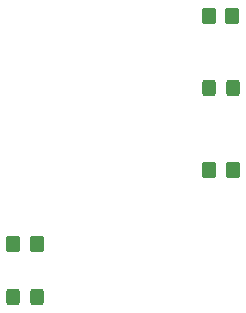
<source format=gbr>
%TF.GenerationSoftware,KiCad,Pcbnew,7.0.10*%
%TF.CreationDate,2024-02-12T12:18:25-08:00*%
%TF.ProjectId,PCB,5043422e-6b69-4636-9164-5f7063625858,1.0*%
%TF.SameCoordinates,Original*%
%TF.FileFunction,Paste,Top*%
%TF.FilePolarity,Positive*%
%FSLAX46Y46*%
G04 Gerber Fmt 4.6, Leading zero omitted, Abs format (unit mm)*
G04 Created by KiCad (PCBNEW 7.0.10) date 2024-02-12 12:18:25*
%MOMM*%
%LPD*%
G01*
G04 APERTURE LIST*
G04 Aperture macros list*
%AMRoundRect*
0 Rectangle with rounded corners*
0 $1 Rounding radius*
0 $2 $3 $4 $5 $6 $7 $8 $9 X,Y pos of 4 corners*
0 Add a 4 corners polygon primitive as box body*
4,1,4,$2,$3,$4,$5,$6,$7,$8,$9,$2,$3,0*
0 Add four circle primitives for the rounded corners*
1,1,$1+$1,$2,$3*
1,1,$1+$1,$4,$5*
1,1,$1+$1,$6,$7*
1,1,$1+$1,$8,$9*
0 Add four rect primitives between the rounded corners*
20,1,$1+$1,$2,$3,$4,$5,0*
20,1,$1+$1,$4,$5,$6,$7,0*
20,1,$1+$1,$6,$7,$8,$9,0*
20,1,$1+$1,$8,$9,$2,$3,0*%
G04 Aperture macros list end*
%ADD10RoundRect,0.250000X0.350000X0.450000X-0.350000X0.450000X-0.350000X-0.450000X0.350000X-0.450000X0*%
%ADD11RoundRect,0.250000X0.325000X0.450000X-0.325000X0.450000X-0.325000X-0.450000X0.325000X-0.450000X0*%
%ADD12RoundRect,0.250000X-0.350000X-0.450000X0.350000X-0.450000X0.350000X0.450000X-0.350000X0.450000X0*%
G04 APERTURE END LIST*
D10*
%TO.C,R3*%
X217670200Y-121725000D03*
X215670200Y-121725000D03*
%TD*%
D11*
%TO.C,D1*%
X234281400Y-108517000D03*
X232231400Y-108517000D03*
%TD*%
D12*
%TO.C,R2*%
X232281800Y-115379000D03*
X234281800Y-115379000D03*
%TD*%
D11*
%TO.C,D2*%
X217746000Y-126195400D03*
X215696000Y-126195400D03*
%TD*%
D10*
%TO.C,R1*%
X234256400Y-102344800D03*
X232256400Y-102344800D03*
%TD*%
M02*

</source>
